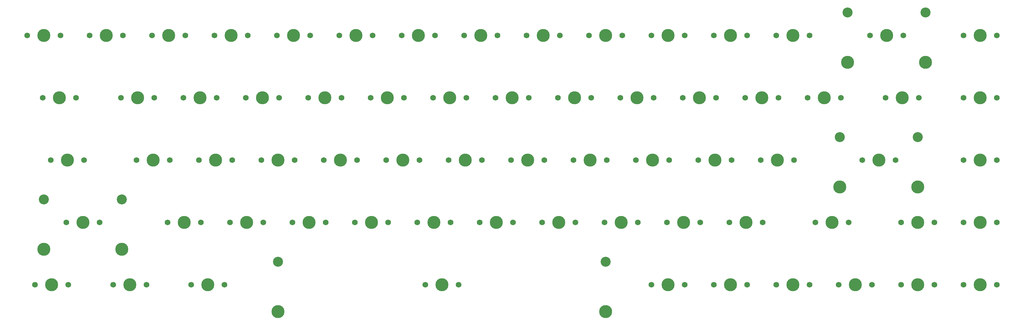
<source format=gbr>
%TF.GenerationSoftware,KiCad,Pcbnew,9.0.1*%
%TF.CreationDate,2025-04-24T13:53:35-06:00*%
%TF.ProjectId,PCBv1,50434276-312e-46b6-9963-61645f706362,rev?*%
%TF.SameCoordinates,Original*%
%TF.FileFunction,Soldermask,Top*%
%TF.FilePolarity,Negative*%
%FSLAX46Y46*%
G04 Gerber Fmt 4.6, Leading zero omitted, Abs format (unit mm)*
G04 Created by KiCad (PCBNEW 9.0.1) date 2025-04-24 13:53:35*
%MOMM*%
%LPD*%
G01*
G04 APERTURE LIST*
%ADD10C,1.750000*%
%ADD11C,3.987800*%
%ADD12C,3.048000*%
G04 APERTURE END LIST*
D10*
%TO.C,SW61*%
X98901250Y-149225000D03*
D11*
X103981250Y-149225000D03*
D10*
X109061250Y-149225000D03*
%TD*%
%TO.C,SW24*%
X215582500Y-92075000D03*
D11*
X220662500Y-92075000D03*
D10*
X225742500Y-92075000D03*
%TD*%
%TO.C,SW26*%
X253682500Y-92075000D03*
D11*
X258762500Y-92075000D03*
D10*
X263842500Y-92075000D03*
%TD*%
%TO.C,SW27*%
X272732500Y-92075000D03*
D11*
X277812500Y-92075000D03*
D10*
X282892500Y-92075000D03*
%TD*%
%TO.C,SW41*%
X258445000Y-111125000D03*
D11*
X263525000Y-111125000D03*
D10*
X268605000Y-111125000D03*
%TD*%
%TO.C,SW67*%
X320357500Y-149225000D03*
D11*
X325437500Y-149225000D03*
D10*
X330517500Y-149225000D03*
%TD*%
%TO.C,SW56*%
X287020000Y-130175000D03*
D11*
X292100000Y-130175000D03*
D10*
X297180000Y-130175000D03*
%TD*%
%TO.C,SW52*%
X210820000Y-130175000D03*
D11*
X215900000Y-130175000D03*
D10*
X220980000Y-130175000D03*
%TD*%
%TO.C,SW42*%
X277495000Y-111125000D03*
D11*
X282575000Y-111125000D03*
D10*
X287655000Y-111125000D03*
%TD*%
%TO.C,SW3*%
X91757500Y-73025000D03*
D11*
X96837500Y-73025000D03*
D10*
X101917500Y-73025000D03*
%TD*%
%TO.C,SW68*%
X339407500Y-149225000D03*
D11*
X344487500Y-149225000D03*
D10*
X349567500Y-149225000D03*
%TD*%
%TO.C,SW59*%
X358457500Y-130175000D03*
D11*
X363537500Y-130175000D03*
D10*
X368617500Y-130175000D03*
%TD*%
%TO.C,SW31*%
X358457500Y-92075000D03*
D11*
X363537500Y-92075000D03*
D10*
X368617500Y-92075000D03*
%TD*%
%TO.C,SW34*%
X125095000Y-111125000D03*
D11*
X130175000Y-111125000D03*
D10*
X135255000Y-111125000D03*
%TD*%
%TO.C,SW16*%
X358457500Y-73025000D03*
D11*
X363537500Y-73025000D03*
D10*
X368617500Y-73025000D03*
%TD*%
%TO.C,SW66*%
X301307500Y-149225000D03*
D11*
X306387500Y-149225000D03*
D10*
X311467500Y-149225000D03*
%TD*%
%TO.C,SW6*%
X148907500Y-73025000D03*
D11*
X153987500Y-73025000D03*
D10*
X159067500Y-73025000D03*
%TD*%
%TO.C,SW18*%
X101282500Y-92075000D03*
D11*
X106362500Y-92075000D03*
D10*
X111442500Y-92075000D03*
%TD*%
%TO.C,SW8*%
X187007500Y-73025000D03*
D11*
X192087500Y-73025000D03*
D10*
X197167500Y-73025000D03*
%TD*%
%TO.C,SW22*%
X177482500Y-92075000D03*
D11*
X182562500Y-92075000D03*
D10*
X187642500Y-92075000D03*
%TD*%
%TO.C,SW40*%
X239395000Y-111125000D03*
D11*
X244475000Y-111125000D03*
D10*
X249555000Y-111125000D03*
%TD*%
%TO.C,SW53*%
X229870000Y-130175000D03*
D11*
X234950000Y-130175000D03*
D10*
X240030000Y-130175000D03*
%TD*%
D12*
%TO.C,SW15*%
X323056250Y-66040000D03*
D11*
X323056250Y-81280000D03*
D10*
X329882500Y-73025000D03*
D11*
X334962500Y-73025000D03*
D10*
X340042500Y-73025000D03*
D12*
X346868750Y-66040000D03*
D11*
X346868750Y-81280000D03*
%TD*%
D10*
%TO.C,SW9*%
X206057500Y-73025000D03*
D11*
X211137500Y-73025000D03*
D10*
X216217500Y-73025000D03*
%TD*%
%TO.C,SW20*%
X139382500Y-92075000D03*
D11*
X144462500Y-92075000D03*
D10*
X149542500Y-92075000D03*
%TD*%
%TO.C,SW48*%
X134620000Y-130175000D03*
D11*
X139700000Y-130175000D03*
D10*
X144780000Y-130175000D03*
%TD*%
%TO.C,SW58*%
X339407500Y-130175000D03*
D11*
X344487500Y-130175000D03*
D10*
X349567500Y-130175000D03*
%TD*%
%TO.C,SW60*%
X75088750Y-149225000D03*
D11*
X80168750Y-149225000D03*
D10*
X85248750Y-149225000D03*
%TD*%
%TO.C,SW38*%
X201295000Y-111125000D03*
D11*
X206375000Y-111125000D03*
D10*
X211455000Y-111125000D03*
%TD*%
%TO.C,SW54*%
X248920000Y-130175000D03*
D11*
X254000000Y-130175000D03*
D10*
X259080000Y-130175000D03*
%TD*%
%TO.C,SW65*%
X282257500Y-149225000D03*
D11*
X287337500Y-149225000D03*
D10*
X292417500Y-149225000D03*
%TD*%
%TO.C,SW11*%
X244157500Y-73025000D03*
D11*
X249237500Y-73025000D03*
D10*
X254317500Y-73025000D03*
%TD*%
%TO.C,SW7*%
X167957500Y-73025000D03*
D11*
X173037500Y-73025000D03*
D10*
X178117500Y-73025000D03*
%TD*%
%TO.C,SW12*%
X263207500Y-73025000D03*
D11*
X268287500Y-73025000D03*
D10*
X273367500Y-73025000D03*
%TD*%
%TO.C,SW37*%
X182245000Y-111125000D03*
D11*
X187325000Y-111125000D03*
D10*
X192405000Y-111125000D03*
%TD*%
%TO.C,SW13*%
X282257500Y-73025000D03*
D11*
X287337500Y-73025000D03*
D10*
X292417500Y-73025000D03*
%TD*%
%TO.C,SW51*%
X191770000Y-130175000D03*
D11*
X196850000Y-130175000D03*
D10*
X201930000Y-130175000D03*
%TD*%
%TO.C,SW47*%
X115570000Y-130175000D03*
D11*
X120650000Y-130175000D03*
D10*
X125730000Y-130175000D03*
%TD*%
%TO.C,SW29*%
X310832500Y-92075000D03*
D11*
X315912500Y-92075000D03*
D10*
X320992500Y-92075000D03*
%TD*%
%TO.C,SW21*%
X158432500Y-92075000D03*
D11*
X163512500Y-92075000D03*
D10*
X168592500Y-92075000D03*
%TD*%
%TO.C,SW30*%
X334645000Y-92075000D03*
D11*
X339725000Y-92075000D03*
D10*
X344805000Y-92075000D03*
%TD*%
%TO.C,SW33*%
X106045000Y-111125000D03*
D11*
X111125000Y-111125000D03*
D10*
X116205000Y-111125000D03*
%TD*%
%TO.C,SW35*%
X144145000Y-111125000D03*
D11*
X149225000Y-111125000D03*
D10*
X154305000Y-111125000D03*
%TD*%
D12*
%TO.C,SW44*%
X320675000Y-104140000D03*
D11*
X320675000Y-119380000D03*
D10*
X327501250Y-111125000D03*
D11*
X332581250Y-111125000D03*
D10*
X337661250Y-111125000D03*
D12*
X344487500Y-104140000D03*
D11*
X344487500Y-119380000D03*
%TD*%
D10*
%TO.C,SW45*%
X358457500Y-111125000D03*
D11*
X363537500Y-111125000D03*
D10*
X368617500Y-111125000D03*
%TD*%
%TO.C,SW14*%
X301307500Y-73025000D03*
D11*
X306387500Y-73025000D03*
D10*
X311467500Y-73025000D03*
%TD*%
%TO.C,SW23*%
X196532500Y-92075000D03*
D11*
X201612500Y-92075000D03*
D10*
X206692500Y-92075000D03*
%TD*%
%TO.C,SW32*%
X79851250Y-111125000D03*
D11*
X84931250Y-111125000D03*
D10*
X90011250Y-111125000D03*
%TD*%
%TO.C,SW49*%
X153670000Y-130175000D03*
D11*
X158750000Y-130175000D03*
D10*
X163830000Y-130175000D03*
%TD*%
%TO.C,SW1*%
X72707500Y-73025000D03*
D11*
X77787500Y-73025000D03*
D10*
X82867500Y-73025000D03*
%TD*%
%TO.C,SW4*%
X110807500Y-73025000D03*
D11*
X115887500Y-73025000D03*
D10*
X120967500Y-73025000D03*
%TD*%
D12*
%TO.C,SW63*%
X149231350Y-142240000D03*
D11*
X149231350Y-157480000D03*
D10*
X194151250Y-149225000D03*
D11*
X199231250Y-149225000D03*
D10*
X204311250Y-149225000D03*
D12*
X249231150Y-142240000D03*
D11*
X249231150Y-157480000D03*
%TD*%
D10*
%TO.C,SW64*%
X263207500Y-149225000D03*
D11*
X268287500Y-149225000D03*
D10*
X273367500Y-149225000D03*
%TD*%
%TO.C,SW43*%
X296545000Y-111125000D03*
D11*
X301625000Y-111125000D03*
D10*
X306705000Y-111125000D03*
%TD*%
%TO.C,SW25*%
X234632500Y-92075000D03*
D11*
X239712500Y-92075000D03*
D10*
X244792500Y-92075000D03*
%TD*%
%TO.C,SW55*%
X267970000Y-130175000D03*
D11*
X273050000Y-130175000D03*
D10*
X278130000Y-130175000D03*
%TD*%
%TO.C,SW50*%
X172720000Y-130175000D03*
D11*
X177800000Y-130175000D03*
D10*
X182880000Y-130175000D03*
%TD*%
%TO.C,SW28*%
X291782500Y-92075000D03*
D11*
X296862500Y-92075000D03*
D10*
X301942500Y-92075000D03*
%TD*%
%TO.C,SW57*%
X313213750Y-130175000D03*
D11*
X318293750Y-130175000D03*
D10*
X323373750Y-130175000D03*
%TD*%
%TO.C,SW69*%
X358457500Y-149225000D03*
D11*
X363537500Y-149225000D03*
D10*
X368617500Y-149225000D03*
%TD*%
%TO.C,SW5*%
X129857500Y-73025000D03*
D11*
X134937500Y-73025000D03*
D10*
X140017500Y-73025000D03*
%TD*%
%TO.C,SW39*%
X220345000Y-111125000D03*
D11*
X225425000Y-111125000D03*
D10*
X230505000Y-111125000D03*
%TD*%
D12*
%TO.C,SW46*%
X77787500Y-123190000D03*
D11*
X77787500Y-138430000D03*
D10*
X84613750Y-130175000D03*
D11*
X89693750Y-130175000D03*
D10*
X94773750Y-130175000D03*
D12*
X101600000Y-123190000D03*
D11*
X101600000Y-138430000D03*
%TD*%
D10*
%TO.C,SW62*%
X122713750Y-149225000D03*
D11*
X127793750Y-149225000D03*
D10*
X132873750Y-149225000D03*
%TD*%
%TO.C,SW19*%
X120332500Y-92075000D03*
D11*
X125412500Y-92075000D03*
D10*
X130492500Y-92075000D03*
%TD*%
%TO.C,SW10*%
X225107500Y-73025000D03*
D11*
X230187500Y-73025000D03*
D10*
X235267500Y-73025000D03*
%TD*%
%TO.C,SW36*%
X163195000Y-111125000D03*
D11*
X168275000Y-111125000D03*
D10*
X173355000Y-111125000D03*
%TD*%
%TO.C,SW17*%
X77470000Y-92075000D03*
D11*
X82550000Y-92075000D03*
D10*
X87630000Y-92075000D03*
%TD*%
M02*

</source>
